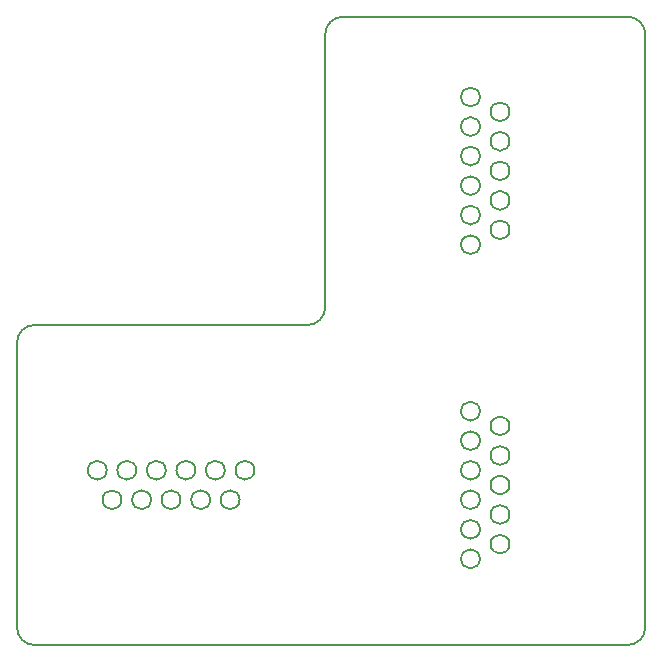
<source format=gbr>
%TF.GenerationSoftware,KiCad,Pcbnew,(5.1.10)-1*%
%TF.CreationDate,2023-09-11T18:35:05-05:00*%
%TF.ProjectId,perovskite_contact_board,7065726f-7673-46b6-9974-655f636f6e74,V3*%
%TF.SameCoordinates,Original*%
%TF.FileFunction,Profile,NP*%
%FSLAX46Y46*%
G04 Gerber Fmt 4.6, Leading zero omitted, Abs format (unit mm)*
G04 Created by KiCad (PCBNEW (5.1.10)-1) date 2023-09-11 18:35:05*
%MOMM*%
%LPD*%
G01*
G04 APERTURE LIST*
%TA.AperFunction,Profile*%
%ADD10C,0.200000*%
%TD*%
G04 APERTURE END LIST*
D10*
X162464800Y-77680401D02*
G75*
G03*
X162464800Y-77680401I-800000J0D01*
G01*
X162464800Y-82680401D02*
G75*
G03*
X162464800Y-82680401I-800000J0D01*
G01*
X164964800Y-88930401D02*
G75*
G03*
X164964800Y-88930401I-800000J0D01*
G01*
X164964800Y-113030400D02*
G75*
G03*
X164964800Y-113030400I-800000J0D01*
G01*
X143364800Y-109280401D02*
G75*
G03*
X143364800Y-109280401I-800000J0D01*
G01*
X162464800Y-80180401D02*
G75*
G03*
X162464800Y-80180401I-800000J0D01*
G01*
X162464800Y-87680401D02*
G75*
G03*
X162464800Y-87680401I-800000J0D01*
G01*
X164964800Y-115530400D02*
G75*
G03*
X164964800Y-115530400I-800000J0D01*
G01*
X142114800Y-111780401D02*
G75*
G03*
X142114800Y-111780401I-800000J0D01*
G01*
X164964800Y-83930401D02*
G75*
G03*
X164964800Y-83930401I-800000J0D01*
G01*
X138364800Y-109280401D02*
G75*
G03*
X138364800Y-109280401I-800000J0D01*
G01*
X139614800Y-111780401D02*
G75*
G03*
X139614800Y-111780401I-800000J0D01*
G01*
X133364800Y-109280401D02*
G75*
G03*
X133364800Y-109280401I-800000J0D01*
G01*
X134614800Y-111780401D02*
G75*
G03*
X134614800Y-111780401I-800000J0D01*
G01*
X132114800Y-111780401D02*
G75*
G03*
X132114800Y-111780401I-800000J0D01*
G01*
X162464800Y-106780401D02*
G75*
G03*
X162464800Y-106780401I-800000J0D01*
G01*
X162464800Y-111780401D02*
G75*
G03*
X162464800Y-111780401I-800000J0D01*
G01*
X162464800Y-114280400D02*
G75*
G03*
X162464800Y-114280400I-800000J0D01*
G01*
X162464800Y-116780400D02*
G75*
G03*
X162464800Y-116780400I-800000J0D01*
G01*
X162464800Y-104280401D02*
G75*
G03*
X162464800Y-104280401I-800000J0D01*
G01*
X137114800Y-111780401D02*
G75*
G03*
X137114800Y-111780401I-800000J0D01*
G01*
X164964800Y-110530401D02*
G75*
G03*
X164964800Y-110530401I-800000J0D01*
G01*
X164964800Y-81430401D02*
G75*
G03*
X164964800Y-81430401I-800000J0D01*
G01*
X164964800Y-78930401D02*
G75*
G03*
X164964800Y-78930401I-800000J0D01*
G01*
X162464800Y-85180401D02*
G75*
G03*
X162464800Y-85180401I-800000J0D01*
G01*
X140864800Y-109280401D02*
G75*
G03*
X140864800Y-109280401I-800000J0D01*
G01*
X162464800Y-90180401D02*
G75*
G03*
X162464800Y-90180401I-800000J0D01*
G01*
X164964800Y-86430401D02*
G75*
G03*
X164964800Y-86430401I-800000J0D01*
G01*
X135864800Y-109280401D02*
G75*
G03*
X135864800Y-109280401I-800000J0D01*
G01*
X162464800Y-109280401D02*
G75*
G03*
X162464800Y-109280401I-800000J0D01*
G01*
X164964800Y-105530401D02*
G75*
G03*
X164964800Y-105530401I-800000J0D01*
G01*
X149364800Y-72380401D02*
X149364800Y-95480401D01*
X124764800Y-124080400D02*
X174964799Y-124080400D01*
X164964800Y-108030401D02*
G75*
G03*
X164964800Y-108030401I-800000J0D01*
G01*
X123264800Y-98480401D02*
G75*
G02*
X124764800Y-96980401I1500000J0D01*
G01*
X174964799Y-70880401D02*
X150864800Y-70880401D01*
X174964799Y-70880401D02*
G75*
G02*
X176464799Y-72380401I0J-1500000D01*
G01*
X123264800Y-98480401D02*
X123264800Y-122580400D01*
X130864800Y-109280401D02*
G75*
G03*
X130864800Y-109280401I-800000J0D01*
G01*
X149364800Y-95480401D02*
G75*
G02*
X147864800Y-96980401I-1500000J0D01*
G01*
X147864800Y-96980401D02*
X124764800Y-96980401D01*
X176464799Y-122580400D02*
X176464799Y-72380401D01*
X149364800Y-72380401D02*
G75*
G02*
X150864800Y-70880401I1500000J0D01*
G01*
X176464799Y-122580400D02*
G75*
G02*
X174964799Y-124080400I-1500000J0D01*
G01*
X124764800Y-124080400D02*
G75*
G02*
X123264800Y-122580400I0J1500000D01*
G01*
M02*

</source>
